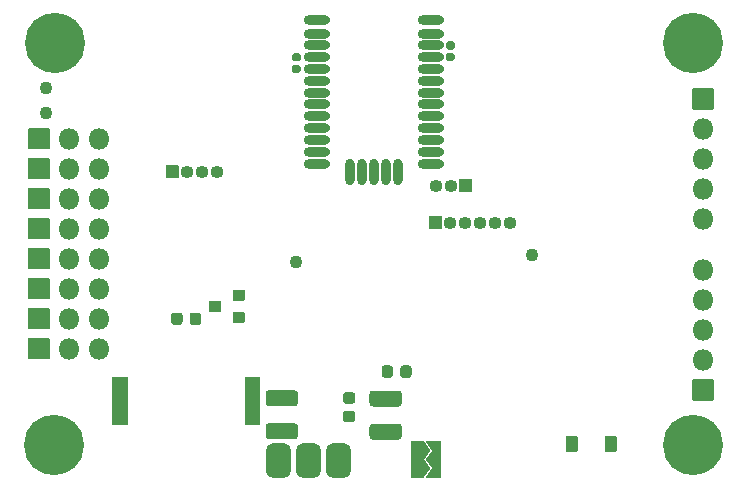
<source format=gbr>
%TF.GenerationSoftware,KiCad,Pcbnew,5.1.9+dfsg1-1~bpo10+1*%
%TF.CreationDate,2021-02-26T10:21:24+00:00*%
%TF.ProjectId,glider,676c6964-6572-42e6-9b69-6361645f7063,rev?*%
%TF.SameCoordinates,Original*%
%TF.FileFunction,Soldermask,Bot*%
%TF.FilePolarity,Negative*%
%FSLAX46Y46*%
G04 Gerber Fmt 4.6, Leading zero omitted, Abs format (unit mm)*
G04 Created by KiCad (PCBNEW 5.1.9+dfsg1-1~bpo10+1) date 2021-02-26 10:21:24*
%MOMM*%
%LPD*%
G01*
G04 APERTURE LIST*
%ADD10C,0.100000*%
%ADD11C,1.100000*%
%ADD12O,1.100000X1.100000*%
%ADD13O,1.800000X1.800000*%
%ADD14C,0.900000*%
%ADD15C,5.100000*%
%ADD16O,2.250000X0.800000*%
%ADD17O,0.800000X2.250000*%
G04 APERTURE END LIST*
D10*
%TO.C,JP1*%
G36*
X64884755Y-154950961D02*
G01*
X64894134Y-154953806D01*
X64902779Y-154958427D01*
X64910355Y-154964645D01*
X64916603Y-154972265D01*
X65416603Y-155722265D01*
X65421214Y-155730914D01*
X65424049Y-155740297D01*
X65425000Y-155750052D01*
X65424029Y-155759806D01*
X65421174Y-155769182D01*
X65416603Y-155777735D01*
X64916603Y-156527735D01*
X64910392Y-156535318D01*
X64902822Y-156541544D01*
X64894182Y-156546174D01*
X64884806Y-156549029D01*
X64875000Y-156550000D01*
X63875000Y-156550000D01*
X63865245Y-156549039D01*
X63855866Y-156546194D01*
X63847221Y-156541573D01*
X63839645Y-156535355D01*
X63833427Y-156527779D01*
X63828806Y-156519134D01*
X63825961Y-156509755D01*
X63825000Y-156500000D01*
X63825000Y-155000000D01*
X63825961Y-154990245D01*
X63828806Y-154980866D01*
X63833427Y-154972221D01*
X63839645Y-154964645D01*
X63847221Y-154958427D01*
X63855866Y-154953806D01*
X63865245Y-154950961D01*
X63875000Y-154950000D01*
X64875000Y-154950000D01*
X64884755Y-154950961D01*
G37*
G36*
X66334755Y-154950961D02*
G01*
X66344134Y-154953806D01*
X66352779Y-154958427D01*
X66360355Y-154964645D01*
X66366573Y-154972221D01*
X66371194Y-154980866D01*
X66374039Y-154990245D01*
X66375000Y-155000000D01*
X66375000Y-156500000D01*
X66374039Y-156509755D01*
X66371194Y-156519134D01*
X66366573Y-156527779D01*
X66360355Y-156535355D01*
X66352779Y-156541573D01*
X66344134Y-156546194D01*
X66334755Y-156549039D01*
X66325000Y-156550000D01*
X65175000Y-156550000D01*
X65165245Y-156549039D01*
X65155866Y-156546194D01*
X65147221Y-156541573D01*
X65139645Y-156535355D01*
X65133427Y-156527779D01*
X65128806Y-156519134D01*
X65125961Y-156509755D01*
X65125000Y-156500000D01*
X65125961Y-156490245D01*
X65128806Y-156480866D01*
X65133397Y-156472265D01*
X65614907Y-155750000D01*
X65133397Y-155027735D01*
X65128786Y-155019086D01*
X65125951Y-155009703D01*
X65125000Y-154999948D01*
X65125971Y-154990194D01*
X65128826Y-154980818D01*
X65133456Y-154972178D01*
X65139682Y-154964608D01*
X65147265Y-154958397D01*
X65155914Y-154953786D01*
X65165297Y-154950951D01*
X65175000Y-154950000D01*
X66325000Y-154950000D01*
X66334755Y-154950961D01*
G37*
%TD*%
%TO.C,JP2*%
G36*
X64884755Y-153450961D02*
G01*
X64894134Y-153453806D01*
X64902779Y-153458427D01*
X64910355Y-153464645D01*
X64916603Y-153472265D01*
X65416603Y-154222265D01*
X65421214Y-154230914D01*
X65424049Y-154240297D01*
X65425000Y-154250052D01*
X65424029Y-154259806D01*
X65421174Y-154269182D01*
X65416603Y-154277735D01*
X64916603Y-155027735D01*
X64910392Y-155035318D01*
X64902822Y-155041544D01*
X64894182Y-155046174D01*
X64884806Y-155049029D01*
X64875000Y-155050000D01*
X63875000Y-155050000D01*
X63865245Y-155049039D01*
X63855866Y-155046194D01*
X63847221Y-155041573D01*
X63839645Y-155035355D01*
X63833427Y-155027779D01*
X63828806Y-155019134D01*
X63825961Y-155009755D01*
X63825000Y-155000000D01*
X63825000Y-153500000D01*
X63825961Y-153490245D01*
X63828806Y-153480866D01*
X63833427Y-153472221D01*
X63839645Y-153464645D01*
X63847221Y-153458427D01*
X63855866Y-153453806D01*
X63865245Y-153450961D01*
X63875000Y-153450000D01*
X64875000Y-153450000D01*
X64884755Y-153450961D01*
G37*
G36*
X66334755Y-153450961D02*
G01*
X66344134Y-153453806D01*
X66352779Y-153458427D01*
X66360355Y-153464645D01*
X66366573Y-153472221D01*
X66371194Y-153480866D01*
X66374039Y-153490245D01*
X66375000Y-153500000D01*
X66375000Y-155000000D01*
X66374039Y-155009755D01*
X66371194Y-155019134D01*
X66366573Y-155027779D01*
X66360355Y-155035355D01*
X66352779Y-155041573D01*
X66344134Y-155046194D01*
X66334755Y-155049039D01*
X66325000Y-155050000D01*
X65175000Y-155050000D01*
X65165245Y-155049039D01*
X65155866Y-155046194D01*
X65147221Y-155041573D01*
X65139645Y-155035355D01*
X65133427Y-155027779D01*
X65128806Y-155019134D01*
X65125961Y-155009755D01*
X65125000Y-155000000D01*
X65125961Y-154990245D01*
X65128806Y-154980866D01*
X65133397Y-154972265D01*
X65614907Y-154250000D01*
X65133397Y-153527735D01*
X65128786Y-153519086D01*
X65125951Y-153509703D01*
X65125000Y-153499948D01*
X65125971Y-153490194D01*
X65128826Y-153480818D01*
X65133456Y-153472178D01*
X65139682Y-153464608D01*
X65147265Y-153458397D01*
X65155914Y-153453786D01*
X65165297Y-153450951D01*
X65175000Y-153450000D01*
X66325000Y-153450000D01*
X66334755Y-153450961D01*
G37*
%TD*%
%TO.C,R25*%
G36*
G01*
X62925000Y-147856250D02*
X62925000Y-147293750D01*
G75*
G02*
X63168750Y-147050000I243750J0D01*
G01*
X63656250Y-147050000D01*
G75*
G02*
X63900000Y-147293750I0J-243750D01*
G01*
X63900000Y-147856250D01*
G75*
G02*
X63656250Y-148100000I-243750J0D01*
G01*
X63168750Y-148100000D01*
G75*
G02*
X62925000Y-147856250I0J243750D01*
G01*
G37*
G36*
G01*
X61350000Y-147856250D02*
X61350000Y-147293750D01*
G75*
G02*
X61593750Y-147050000I243750J0D01*
G01*
X62081250Y-147050000D01*
G75*
G02*
X62325000Y-147293750I0J-243750D01*
G01*
X62325000Y-147856250D01*
G75*
G02*
X62081250Y-148100000I-243750J0D01*
G01*
X61593750Y-148100000D01*
G75*
G02*
X61350000Y-147856250I0J243750D01*
G01*
G37*
%TD*%
D11*
%TO.C,TP4*%
X74050000Y-137700000D03*
%TD*%
%TO.C,TP3*%
X32950000Y-123575000D03*
%TD*%
%TO.C,TP2*%
X32950000Y-125650000D03*
%TD*%
%TO.C,TP1*%
X54090000Y-138270000D03*
%TD*%
%TO.C,J3*%
G36*
G01*
X52095000Y-153650000D02*
X53145000Y-153650000D01*
G75*
G02*
X53670000Y-154175000I0J-525000D01*
G01*
X53670000Y-156025000D01*
G75*
G02*
X53145000Y-156550000I-525000J0D01*
G01*
X52095000Y-156550000D01*
G75*
G02*
X51570000Y-156025000I0J525000D01*
G01*
X51570000Y-154175000D01*
G75*
G02*
X52095000Y-153650000I525000J0D01*
G01*
G37*
G36*
G01*
X54635000Y-153650000D02*
X55685000Y-153650000D01*
G75*
G02*
X56210000Y-154175000I0J-525000D01*
G01*
X56210000Y-156025000D01*
G75*
G02*
X55685000Y-156550000I-525000J0D01*
G01*
X54635000Y-156550000D01*
G75*
G02*
X54110000Y-156025000I0J525000D01*
G01*
X54110000Y-154175000D01*
G75*
G02*
X54635000Y-153650000I525000J0D01*
G01*
G37*
G36*
G01*
X57175000Y-153650000D02*
X58225000Y-153650000D01*
G75*
G02*
X58750000Y-154175000I0J-525000D01*
G01*
X58750000Y-156025000D01*
G75*
G02*
X58225000Y-156550000I-525000J0D01*
G01*
X57175000Y-156550000D01*
G75*
G02*
X56650000Y-156025000I0J525000D01*
G01*
X56650000Y-154175000D01*
G75*
G02*
X57175000Y-153650000I525000J0D01*
G01*
G37*
%TD*%
%TO.C,D7*%
G36*
G01*
X76950000Y-154290000D02*
X76950000Y-153090000D01*
G75*
G02*
X77000000Y-153040000I50000J0D01*
G01*
X77900000Y-153040000D01*
G75*
G02*
X77950000Y-153090000I0J-50000D01*
G01*
X77950000Y-154290000D01*
G75*
G02*
X77900000Y-154340000I-50000J0D01*
G01*
X77000000Y-154340000D01*
G75*
G02*
X76950000Y-154290000I0J50000D01*
G01*
G37*
G36*
G01*
X80250000Y-154290000D02*
X80250000Y-153090000D01*
G75*
G02*
X80300000Y-153040000I50000J0D01*
G01*
X81200000Y-153040000D01*
G75*
G02*
X81250000Y-153090000I0J-50000D01*
G01*
X81250000Y-154290000D01*
G75*
G02*
X81200000Y-154340000I-50000J0D01*
G01*
X80300000Y-154340000D01*
G75*
G02*
X80250000Y-154290000I0J50000D01*
G01*
G37*
%TD*%
D12*
%TO.C,J15*%
X47435000Y-130650000D03*
X46165000Y-130650000D03*
X44895000Y-130650000D03*
G36*
G01*
X44125000Y-131200000D02*
X43125000Y-131200000D01*
G75*
G02*
X43075000Y-131150000I0J50000D01*
G01*
X43075000Y-130150000D01*
G75*
G02*
X43125000Y-130100000I50000J0D01*
G01*
X44125000Y-130100000D01*
G75*
G02*
X44175000Y-130150000I0J-50000D01*
G01*
X44175000Y-131150000D01*
G75*
G02*
X44125000Y-131200000I-50000J0D01*
G01*
G37*
%TD*%
%TO.C,J14*%
G36*
G01*
X89460000Y-148275000D02*
X89460000Y-149975000D01*
G75*
G02*
X89410000Y-150025000I-50000J0D01*
G01*
X87710000Y-150025000D01*
G75*
G02*
X87660000Y-149975000I0J50000D01*
G01*
X87660000Y-148275000D01*
G75*
G02*
X87710000Y-148225000I50000J0D01*
G01*
X89410000Y-148225000D01*
G75*
G02*
X89460000Y-148275000I0J-50000D01*
G01*
G37*
D13*
X88560000Y-146585000D03*
X88560000Y-144045000D03*
X88560000Y-141505000D03*
X88560000Y-138965000D03*
%TD*%
%TO.C,J17*%
X88560000Y-134650000D03*
X88560000Y-132110000D03*
X88560000Y-129570000D03*
X88560000Y-127030000D03*
G36*
G01*
X87660000Y-125340000D02*
X87660000Y-123640000D01*
G75*
G02*
X87710000Y-123590000I50000J0D01*
G01*
X89410000Y-123590000D01*
G75*
G02*
X89460000Y-123640000I0J-50000D01*
G01*
X89460000Y-125340000D01*
G75*
G02*
X89410000Y-125390000I-50000J0D01*
G01*
X87710000Y-125390000D01*
G75*
G02*
X87660000Y-125340000I0J50000D01*
G01*
G37*
%TD*%
D14*
%TO.C,H4*%
X89025825Y-155075825D03*
X89575000Y-153750000D03*
X89025825Y-152424175D03*
X87700000Y-151875000D03*
X86374175Y-152424175D03*
X85825000Y-153750000D03*
X86374175Y-155075825D03*
X87700000Y-155625000D03*
D15*
X87700000Y-153750000D03*
%TD*%
%TO.C,LS1*%
G36*
G01*
X38550000Y-152050000D02*
X38550000Y-148050000D01*
G75*
G02*
X38600000Y-148000000I50000J0D01*
G01*
X39800000Y-148000000D01*
G75*
G02*
X39850000Y-148050000I0J-50000D01*
G01*
X39850000Y-152050000D01*
G75*
G02*
X39800000Y-152100000I-50000J0D01*
G01*
X38600000Y-152100000D01*
G75*
G02*
X38550000Y-152050000I0J50000D01*
G01*
G37*
G36*
G01*
X49750000Y-152050000D02*
X49750000Y-148050000D01*
G75*
G02*
X49800000Y-148000000I50000J0D01*
G01*
X51000000Y-148000000D01*
G75*
G02*
X51050000Y-148050000I0J-50000D01*
G01*
X51050000Y-152050000D01*
G75*
G02*
X51000000Y-152100000I-50000J0D01*
G01*
X49800000Y-152100000D01*
G75*
G02*
X49750000Y-152050000I0J50000D01*
G01*
G37*
%TD*%
%TO.C,R15*%
G36*
G01*
X44500000Y-142818750D02*
X44500000Y-143381250D01*
G75*
G02*
X44256250Y-143625000I-243750J0D01*
G01*
X43768750Y-143625000D01*
G75*
G02*
X43525000Y-143381250I0J243750D01*
G01*
X43525000Y-142818750D01*
G75*
G02*
X43768750Y-142575000I243750J0D01*
G01*
X44256250Y-142575000D01*
G75*
G02*
X44500000Y-142818750I0J-243750D01*
G01*
G37*
G36*
G01*
X46075000Y-142818750D02*
X46075000Y-143381250D01*
G75*
G02*
X45831250Y-143625000I-243750J0D01*
G01*
X45343750Y-143625000D01*
G75*
G02*
X45100000Y-143381250I0J243750D01*
G01*
X45100000Y-142818750D01*
G75*
G02*
X45343750Y-142575000I243750J0D01*
G01*
X45831250Y-142575000D01*
G75*
G02*
X46075000Y-142818750I0J-243750D01*
G01*
G37*
%TD*%
%TO.C,Q4*%
G36*
G01*
X47750000Y-141650000D02*
X47750000Y-142450000D01*
G75*
G02*
X47700000Y-142500000I-50000J0D01*
G01*
X46800000Y-142500000D01*
G75*
G02*
X46750000Y-142450000I0J50000D01*
G01*
X46750000Y-141650000D01*
G75*
G02*
X46800000Y-141600000I50000J0D01*
G01*
X47700000Y-141600000D01*
G75*
G02*
X47750000Y-141650000I0J-50000D01*
G01*
G37*
G36*
G01*
X49750000Y-142600000D02*
X49750000Y-143400000D01*
G75*
G02*
X49700000Y-143450000I-50000J0D01*
G01*
X48800000Y-143450000D01*
G75*
G02*
X48750000Y-143400000I0J50000D01*
G01*
X48750000Y-142600000D01*
G75*
G02*
X48800000Y-142550000I50000J0D01*
G01*
X49700000Y-142550000D01*
G75*
G02*
X49750000Y-142600000I0J-50000D01*
G01*
G37*
G36*
G01*
X49750000Y-140700000D02*
X49750000Y-141500000D01*
G75*
G02*
X49700000Y-141550000I-50000J0D01*
G01*
X48800000Y-141550000D01*
G75*
G02*
X48750000Y-141500000I0J50000D01*
G01*
X48750000Y-140700000D01*
G75*
G02*
X48800000Y-140650000I50000J0D01*
G01*
X49700000Y-140650000D01*
G75*
G02*
X49750000Y-140700000I0J-50000D01*
G01*
G37*
%TD*%
%TO.C,C26*%
G36*
G01*
X54322500Y-121310000D02*
X53927500Y-121310000D01*
G75*
G02*
X53755000Y-121137500I0J172500D01*
G01*
X53755000Y-120792500D01*
G75*
G02*
X53927500Y-120620000I172500J0D01*
G01*
X54322500Y-120620000D01*
G75*
G02*
X54495000Y-120792500I0J-172500D01*
G01*
X54495000Y-121137500D01*
G75*
G02*
X54322500Y-121310000I-172500J0D01*
G01*
G37*
G36*
G01*
X54322500Y-122280000D02*
X53927500Y-122280000D01*
G75*
G02*
X53755000Y-122107500I0J172500D01*
G01*
X53755000Y-121762500D01*
G75*
G02*
X53927500Y-121590000I172500J0D01*
G01*
X54322500Y-121590000D01*
G75*
G02*
X54495000Y-121762500I0J-172500D01*
G01*
X54495000Y-122107500D01*
G75*
G02*
X54322500Y-122280000I-172500J0D01*
G01*
G37*
%TD*%
%TO.C,F1*%
G36*
G01*
X60595000Y-151975000D02*
X62805000Y-151975000D01*
G75*
G02*
X63075000Y-152245000I0J-270000D01*
G01*
X63075000Y-153055000D01*
G75*
G02*
X62805000Y-153325000I-270000J0D01*
G01*
X60595000Y-153325000D01*
G75*
G02*
X60325000Y-153055000I0J270000D01*
G01*
X60325000Y-152245000D01*
G75*
G02*
X60595000Y-151975000I270000J0D01*
G01*
G37*
G36*
G01*
X60595000Y-149175000D02*
X62805000Y-149175000D01*
G75*
G02*
X63075000Y-149445000I0J-270000D01*
G01*
X63075000Y-150255000D01*
G75*
G02*
X62805000Y-150525000I-270000J0D01*
G01*
X60595000Y-150525000D01*
G75*
G02*
X60325000Y-150255000I0J270000D01*
G01*
X60325000Y-149445000D01*
G75*
G02*
X60595000Y-149175000I270000J0D01*
G01*
G37*
%TD*%
D14*
%TO.C,H3*%
X89025825Y-121100825D03*
X89575000Y-119775000D03*
X89025825Y-118449175D03*
X87700000Y-117900000D03*
X86374175Y-118449175D03*
X85825000Y-119775000D03*
X86374175Y-121100825D03*
X87700000Y-121650000D03*
D15*
X87700000Y-119775000D03*
%TD*%
%TO.C,R12*%
G36*
G01*
X67372500Y-120310000D02*
X66977500Y-120310000D01*
G75*
G02*
X66805000Y-120137500I0J172500D01*
G01*
X66805000Y-119792500D01*
G75*
G02*
X66977500Y-119620000I172500J0D01*
G01*
X67372500Y-119620000D01*
G75*
G02*
X67545000Y-119792500I0J-172500D01*
G01*
X67545000Y-120137500D01*
G75*
G02*
X67372500Y-120310000I-172500J0D01*
G01*
G37*
G36*
G01*
X67372500Y-121280000D02*
X66977500Y-121280000D01*
G75*
G02*
X66805000Y-121107500I0J172500D01*
G01*
X66805000Y-120762500D01*
G75*
G02*
X66977500Y-120590000I172500J0D01*
G01*
X67372500Y-120590000D01*
G75*
G02*
X67545000Y-120762500I0J-172500D01*
G01*
X67545000Y-121107500D01*
G75*
G02*
X67372500Y-121280000I-172500J0D01*
G01*
G37*
%TD*%
%TO.C,J18*%
G36*
G01*
X66400000Y-135500000D02*
X65400000Y-135500000D01*
G75*
G02*
X65350000Y-135450000I0J50000D01*
G01*
X65350000Y-134450000D01*
G75*
G02*
X65400000Y-134400000I50000J0D01*
G01*
X66400000Y-134400000D01*
G75*
G02*
X66450000Y-134450000I0J-50000D01*
G01*
X66450000Y-135450000D01*
G75*
G02*
X66400000Y-135500000I-50000J0D01*
G01*
G37*
D12*
X67170000Y-134950000D03*
X68440000Y-134950000D03*
X69710000Y-134950000D03*
X70980000Y-134950000D03*
X72250000Y-134950000D03*
%TD*%
D13*
%TO.C,J13*%
X37419000Y-127860000D03*
X34879000Y-127860000D03*
G36*
G01*
X33189000Y-128760000D02*
X31489000Y-128760000D01*
G75*
G02*
X31439000Y-128710000I0J50000D01*
G01*
X31439000Y-127010000D01*
G75*
G02*
X31489000Y-126960000I50000J0D01*
G01*
X33189000Y-126960000D01*
G75*
G02*
X33239000Y-127010000I0J-50000D01*
G01*
X33239000Y-128710000D01*
G75*
G02*
X33189000Y-128760000I-50000J0D01*
G01*
G37*
%TD*%
D14*
%TO.C,H2*%
X34975825Y-155075825D03*
X35525000Y-153750000D03*
X34975825Y-152424175D03*
X33650000Y-151875000D03*
X32324175Y-152424175D03*
X31775000Y-153750000D03*
X32324175Y-155075825D03*
X33650000Y-155625000D03*
D15*
X33650000Y-153750000D03*
%TD*%
D14*
%TO.C,H1*%
X35025825Y-121075825D03*
X35575000Y-119750000D03*
X35025825Y-118424175D03*
X33700000Y-117875000D03*
X32374175Y-118424175D03*
X31825000Y-119750000D03*
X32374175Y-121075825D03*
X33700000Y-121625000D03*
D15*
X33700000Y-119750000D03*
%TD*%
D12*
%TO.C,J16*%
X65920000Y-131840000D03*
X67190000Y-131840000D03*
G36*
G01*
X67960000Y-131290000D02*
X68960000Y-131290000D01*
G75*
G02*
X69010000Y-131340000I0J-50000D01*
G01*
X69010000Y-132340000D01*
G75*
G02*
X68960000Y-132390000I-50000J0D01*
G01*
X67960000Y-132390000D01*
G75*
G02*
X67910000Y-132340000I0J50000D01*
G01*
X67910000Y-131340000D01*
G75*
G02*
X67960000Y-131290000I50000J0D01*
G01*
G37*
%TD*%
D16*
%TO.C,U8*%
X55900000Y-129950000D03*
X65500000Y-129950000D03*
X55900000Y-117800000D03*
X55900000Y-118950000D03*
X55900000Y-119950000D03*
X55900000Y-120950000D03*
X55900000Y-121950000D03*
X55900000Y-122950000D03*
X55900000Y-123950000D03*
X55900000Y-124950000D03*
X55900000Y-125950000D03*
X55900000Y-126950000D03*
X55900000Y-127950000D03*
X55900000Y-128950000D03*
D17*
X58700000Y-130700000D03*
X59700000Y-130700000D03*
X60700000Y-130700000D03*
X61700000Y-130700000D03*
X62700000Y-130700000D03*
D16*
X65500000Y-128950000D03*
X65500000Y-127950000D03*
X65500000Y-126950000D03*
X65500000Y-125950000D03*
X65500000Y-124950000D03*
X65500000Y-123950000D03*
X65500000Y-122950000D03*
X65500000Y-121950000D03*
X65500000Y-120950000D03*
X65500000Y-119950000D03*
X65500000Y-118950000D03*
X65500000Y-117800000D03*
%TD*%
%TO.C,R2*%
G36*
G01*
X54005000Y-150500000D02*
X51795000Y-150500000D01*
G75*
G02*
X51525000Y-150230000I0J270000D01*
G01*
X51525000Y-149420000D01*
G75*
G02*
X51795000Y-149150000I270000J0D01*
G01*
X54005000Y-149150000D01*
G75*
G02*
X54275000Y-149420000I0J-270000D01*
G01*
X54275000Y-150230000D01*
G75*
G02*
X54005000Y-150500000I-270000J0D01*
G01*
G37*
G36*
G01*
X54005000Y-153300000D02*
X51795000Y-153300000D01*
G75*
G02*
X51525000Y-153030000I0J270000D01*
G01*
X51525000Y-152220000D01*
G75*
G02*
X51795000Y-151950000I270000J0D01*
G01*
X54005000Y-151950000D01*
G75*
G02*
X54275000Y-152220000I0J-270000D01*
G01*
X54275000Y-153030000D01*
G75*
G02*
X54005000Y-153300000I-270000J0D01*
G01*
G37*
%TD*%
%TO.C,R7*%
G36*
G01*
X58881250Y-151875000D02*
X58318750Y-151875000D01*
G75*
G02*
X58075000Y-151631250I0J243750D01*
G01*
X58075000Y-151143750D01*
G75*
G02*
X58318750Y-150900000I243750J0D01*
G01*
X58881250Y-150900000D01*
G75*
G02*
X59125000Y-151143750I0J-243750D01*
G01*
X59125000Y-151631250D01*
G75*
G02*
X58881250Y-151875000I-243750J0D01*
G01*
G37*
G36*
G01*
X58881250Y-150300000D02*
X58318750Y-150300000D01*
G75*
G02*
X58075000Y-150056250I0J243750D01*
G01*
X58075000Y-149568750D01*
G75*
G02*
X58318750Y-149325000I243750J0D01*
G01*
X58881250Y-149325000D01*
G75*
G02*
X59125000Y-149568750I0J-243750D01*
G01*
X59125000Y-150056250D01*
G75*
G02*
X58881250Y-150300000I-243750J0D01*
G01*
G37*
%TD*%
D13*
%TO.C,J12*%
X37419000Y-130388000D03*
X34879000Y-130388000D03*
G36*
G01*
X33189000Y-131288000D02*
X31489000Y-131288000D01*
G75*
G02*
X31439000Y-131238000I0J50000D01*
G01*
X31439000Y-129538000D01*
G75*
G02*
X31489000Y-129488000I50000J0D01*
G01*
X33189000Y-129488000D01*
G75*
G02*
X33239000Y-129538000I0J-50000D01*
G01*
X33239000Y-131238000D01*
G75*
G02*
X33189000Y-131288000I-50000J0D01*
G01*
G37*
%TD*%
%TO.C,J11*%
X37419000Y-132928000D03*
X34879000Y-132928000D03*
G36*
G01*
X33189000Y-133828000D02*
X31489000Y-133828000D01*
G75*
G02*
X31439000Y-133778000I0J50000D01*
G01*
X31439000Y-132078000D01*
G75*
G02*
X31489000Y-132028000I50000J0D01*
G01*
X33189000Y-132028000D01*
G75*
G02*
X33239000Y-132078000I0J-50000D01*
G01*
X33239000Y-133778000D01*
G75*
G02*
X33189000Y-133828000I-50000J0D01*
G01*
G37*
%TD*%
%TO.C,J10*%
X37419000Y-135468000D03*
X34879000Y-135468000D03*
G36*
G01*
X33189000Y-136368000D02*
X31489000Y-136368000D01*
G75*
G02*
X31439000Y-136318000I0J50000D01*
G01*
X31439000Y-134618000D01*
G75*
G02*
X31489000Y-134568000I50000J0D01*
G01*
X33189000Y-134568000D01*
G75*
G02*
X33239000Y-134618000I0J-50000D01*
G01*
X33239000Y-136318000D01*
G75*
G02*
X33189000Y-136368000I-50000J0D01*
G01*
G37*
%TD*%
%TO.C,J9*%
X37419000Y-138008000D03*
X34879000Y-138008000D03*
G36*
G01*
X33189000Y-138908000D02*
X31489000Y-138908000D01*
G75*
G02*
X31439000Y-138858000I0J50000D01*
G01*
X31439000Y-137158000D01*
G75*
G02*
X31489000Y-137108000I50000J0D01*
G01*
X33189000Y-137108000D01*
G75*
G02*
X33239000Y-137158000I0J-50000D01*
G01*
X33239000Y-138858000D01*
G75*
G02*
X33189000Y-138908000I-50000J0D01*
G01*
G37*
%TD*%
%TO.C,J8*%
X37419000Y-140548000D03*
X34879000Y-140548000D03*
G36*
G01*
X33189000Y-141448000D02*
X31489000Y-141448000D01*
G75*
G02*
X31439000Y-141398000I0J50000D01*
G01*
X31439000Y-139698000D01*
G75*
G02*
X31489000Y-139648000I50000J0D01*
G01*
X33189000Y-139648000D01*
G75*
G02*
X33239000Y-139698000I0J-50000D01*
G01*
X33239000Y-141398000D01*
G75*
G02*
X33189000Y-141448000I-50000J0D01*
G01*
G37*
%TD*%
%TO.C,J7*%
X37419000Y-143088000D03*
X34879000Y-143088000D03*
G36*
G01*
X33189000Y-143988000D02*
X31489000Y-143988000D01*
G75*
G02*
X31439000Y-143938000I0J50000D01*
G01*
X31439000Y-142238000D01*
G75*
G02*
X31489000Y-142188000I50000J0D01*
G01*
X33189000Y-142188000D01*
G75*
G02*
X33239000Y-142238000I0J-50000D01*
G01*
X33239000Y-143938000D01*
G75*
G02*
X33189000Y-143988000I-50000J0D01*
G01*
G37*
%TD*%
%TO.C,J6*%
X37419000Y-145628000D03*
X34879000Y-145628000D03*
G36*
G01*
X33189000Y-146528000D02*
X31489000Y-146528000D01*
G75*
G02*
X31439000Y-146478000I0J50000D01*
G01*
X31439000Y-144778000D01*
G75*
G02*
X31489000Y-144728000I50000J0D01*
G01*
X33189000Y-144728000D01*
G75*
G02*
X33239000Y-144778000I0J-50000D01*
G01*
X33239000Y-146478000D01*
G75*
G02*
X33189000Y-146528000I-50000J0D01*
G01*
G37*
%TD*%
M02*

</source>
